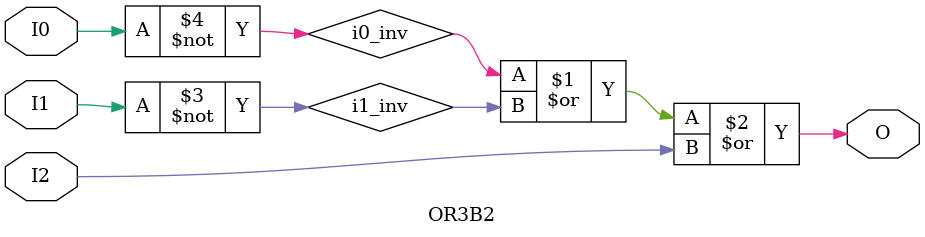
<source format=v>

`timescale  1 ps / 1 ps

`celldefine

module OR3B2 (O, I0, I1, I2);


    output O;

    input  I0, I1, I2;

    wire i0_inv;
    wire i1_inv;

    not N1 (i1_inv, I1);
    not N0 (i0_inv, I0);
    or O1 (O, i0_inv, i1_inv, I2);

    specify
	(I0 *> O) = (0, 0);
	(I1 *> O) = (0, 0);
	(I2 *> O) = (0, 0);
    endspecify

endmodule

`endcelldefine

</source>
